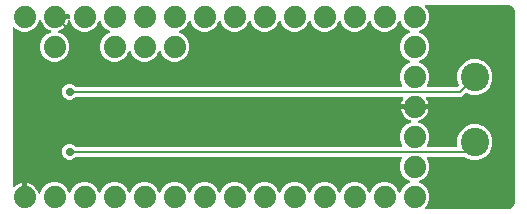
<source format=gbr>
G04 EAGLE Gerber RS-274X export*
G75*
%MOMM*%
%FSLAX34Y34*%
%LPD*%
%AMOC8*
5,1,8,0,0,1.08239X$1,22.5*%
G01*
%ADD10C,1.879600*%
%ADD11C,2.400000*%
%ADD12C,0.705600*%
%ADD13C,0.203200*%

G36*
X13774Y12709D02*
X13774Y12709D01*
X13832Y12708D01*
X13914Y12729D01*
X13997Y12741D01*
X14051Y12765D01*
X14107Y12779D01*
X14180Y12822D01*
X14257Y12857D01*
X14302Y12895D01*
X14352Y12925D01*
X14410Y12986D01*
X14474Y13041D01*
X14506Y13089D01*
X14546Y13132D01*
X14585Y13207D01*
X14631Y13277D01*
X14649Y13333D01*
X14676Y13385D01*
X14687Y13453D01*
X14717Y13548D01*
X14720Y13648D01*
X14731Y13716D01*
X14731Y24466D01*
X15496Y24345D01*
X17283Y23764D01*
X18957Y22911D01*
X20478Y21806D01*
X21806Y20478D01*
X22911Y18957D01*
X23764Y17283D01*
X24128Y16163D01*
X24158Y16101D01*
X24179Y16035D01*
X24220Y15974D01*
X24253Y15908D01*
X24299Y15857D01*
X24338Y15799D01*
X24394Y15752D01*
X24443Y15697D01*
X24502Y15661D01*
X24555Y15616D01*
X24622Y15586D01*
X24685Y15548D01*
X24752Y15529D01*
X24815Y15501D01*
X24888Y15491D01*
X24959Y15471D01*
X25028Y15471D01*
X25096Y15462D01*
X25169Y15472D01*
X25243Y15473D01*
X25310Y15493D01*
X25378Y15503D01*
X25445Y15533D01*
X25516Y15554D01*
X25574Y15591D01*
X25637Y15620D01*
X25693Y15667D01*
X25755Y15707D01*
X25801Y15759D01*
X25853Y15804D01*
X25886Y15857D01*
X25943Y15921D01*
X25992Y16025D01*
X26031Y16089D01*
X27548Y19751D01*
X31049Y23252D01*
X35624Y25147D01*
X40576Y25147D01*
X45151Y23252D01*
X48652Y19751D01*
X49862Y16829D01*
X49877Y16804D01*
X49886Y16776D01*
X49949Y16681D01*
X50007Y16584D01*
X50028Y16564D01*
X50044Y16539D01*
X50131Y16466D01*
X50213Y16389D01*
X50239Y16375D01*
X50262Y16356D01*
X50365Y16310D01*
X50466Y16259D01*
X50495Y16253D01*
X50522Y16241D01*
X50634Y16225D01*
X50745Y16204D01*
X50774Y16206D01*
X50803Y16202D01*
X50915Y16218D01*
X51028Y16228D01*
X51055Y16239D01*
X51085Y16243D01*
X51188Y16289D01*
X51293Y16330D01*
X51317Y16348D01*
X51344Y16360D01*
X51430Y16433D01*
X51520Y16502D01*
X51538Y16525D01*
X51560Y16544D01*
X51602Y16611D01*
X51690Y16729D01*
X51712Y16788D01*
X51738Y16829D01*
X52948Y19751D01*
X56449Y23252D01*
X61024Y25147D01*
X65976Y25147D01*
X70551Y23252D01*
X74052Y19751D01*
X75262Y16829D01*
X75277Y16804D01*
X75286Y16776D01*
X75349Y16681D01*
X75407Y16584D01*
X75428Y16564D01*
X75444Y16539D01*
X75531Y16466D01*
X75613Y16389D01*
X75639Y16375D01*
X75662Y16356D01*
X75765Y16310D01*
X75866Y16259D01*
X75895Y16253D01*
X75922Y16241D01*
X76034Y16225D01*
X76145Y16204D01*
X76174Y16206D01*
X76203Y16202D01*
X76315Y16218D01*
X76428Y16228D01*
X76455Y16239D01*
X76485Y16243D01*
X76588Y16289D01*
X76693Y16330D01*
X76717Y16348D01*
X76744Y16360D01*
X76830Y16433D01*
X76920Y16502D01*
X76938Y16525D01*
X76960Y16544D01*
X77002Y16611D01*
X77090Y16729D01*
X77112Y16788D01*
X77138Y16829D01*
X78348Y19751D01*
X81849Y23252D01*
X86424Y25147D01*
X91376Y25147D01*
X95951Y23252D01*
X99452Y19751D01*
X100662Y16829D01*
X100677Y16804D01*
X100686Y16776D01*
X100749Y16681D01*
X100807Y16584D01*
X100828Y16564D01*
X100844Y16539D01*
X100931Y16466D01*
X101013Y16389D01*
X101039Y16375D01*
X101062Y16356D01*
X101165Y16310D01*
X101266Y16259D01*
X101295Y16253D01*
X101322Y16241D01*
X101434Y16225D01*
X101545Y16204D01*
X101574Y16206D01*
X101603Y16202D01*
X101715Y16218D01*
X101828Y16228D01*
X101855Y16239D01*
X101885Y16243D01*
X101988Y16289D01*
X102093Y16330D01*
X102117Y16348D01*
X102144Y16360D01*
X102230Y16433D01*
X102320Y16502D01*
X102338Y16525D01*
X102360Y16544D01*
X102402Y16611D01*
X102490Y16729D01*
X102512Y16788D01*
X102538Y16829D01*
X103748Y19751D01*
X107249Y23252D01*
X111824Y25147D01*
X116776Y25147D01*
X121351Y23252D01*
X124852Y19751D01*
X126062Y16829D01*
X126077Y16804D01*
X126086Y16776D01*
X126149Y16681D01*
X126207Y16584D01*
X126228Y16564D01*
X126244Y16539D01*
X126331Y16466D01*
X126413Y16389D01*
X126439Y16375D01*
X126462Y16356D01*
X126565Y16310D01*
X126666Y16259D01*
X126695Y16253D01*
X126722Y16241D01*
X126834Y16225D01*
X126945Y16204D01*
X126974Y16206D01*
X127003Y16202D01*
X127115Y16218D01*
X127228Y16228D01*
X127255Y16239D01*
X127285Y16243D01*
X127388Y16289D01*
X127493Y16330D01*
X127517Y16348D01*
X127544Y16360D01*
X127630Y16433D01*
X127720Y16502D01*
X127738Y16525D01*
X127760Y16544D01*
X127802Y16611D01*
X127890Y16729D01*
X127912Y16788D01*
X127938Y16829D01*
X129148Y19751D01*
X132649Y23252D01*
X137224Y25147D01*
X142176Y25147D01*
X146751Y23252D01*
X150252Y19751D01*
X151462Y16829D01*
X151477Y16804D01*
X151486Y16776D01*
X151549Y16681D01*
X151607Y16584D01*
X151628Y16564D01*
X151644Y16539D01*
X151731Y16466D01*
X151813Y16389D01*
X151839Y16375D01*
X151862Y16356D01*
X151965Y16310D01*
X152066Y16259D01*
X152095Y16253D01*
X152122Y16241D01*
X152234Y16225D01*
X152345Y16204D01*
X152374Y16206D01*
X152403Y16202D01*
X152515Y16218D01*
X152628Y16228D01*
X152655Y16239D01*
X152685Y16243D01*
X152788Y16289D01*
X152893Y16330D01*
X152917Y16348D01*
X152944Y16360D01*
X153030Y16433D01*
X153120Y16502D01*
X153138Y16525D01*
X153160Y16544D01*
X153202Y16611D01*
X153290Y16729D01*
X153312Y16788D01*
X153338Y16829D01*
X154548Y19751D01*
X158049Y23252D01*
X162624Y25147D01*
X167576Y25147D01*
X172151Y23252D01*
X175652Y19751D01*
X176862Y16829D01*
X176877Y16804D01*
X176886Y16776D01*
X176949Y16681D01*
X177007Y16584D01*
X177028Y16564D01*
X177044Y16539D01*
X177131Y16466D01*
X177213Y16389D01*
X177239Y16375D01*
X177262Y16356D01*
X177365Y16310D01*
X177466Y16259D01*
X177495Y16253D01*
X177522Y16241D01*
X177634Y16225D01*
X177745Y16204D01*
X177774Y16206D01*
X177803Y16202D01*
X177915Y16218D01*
X178028Y16228D01*
X178055Y16239D01*
X178085Y16243D01*
X178188Y16289D01*
X178293Y16330D01*
X178317Y16348D01*
X178344Y16360D01*
X178430Y16433D01*
X178520Y16502D01*
X178538Y16525D01*
X178560Y16544D01*
X178602Y16611D01*
X178690Y16729D01*
X178712Y16788D01*
X178738Y16829D01*
X179948Y19751D01*
X183449Y23252D01*
X188024Y25147D01*
X192976Y25147D01*
X197551Y23252D01*
X201052Y19751D01*
X202262Y16829D01*
X202277Y16804D01*
X202286Y16776D01*
X202349Y16681D01*
X202407Y16584D01*
X202428Y16564D01*
X202444Y16539D01*
X202531Y16466D01*
X202613Y16389D01*
X202639Y16375D01*
X202662Y16356D01*
X202765Y16310D01*
X202866Y16259D01*
X202895Y16253D01*
X202922Y16241D01*
X203034Y16225D01*
X203145Y16204D01*
X203174Y16206D01*
X203203Y16202D01*
X203315Y16218D01*
X203428Y16228D01*
X203455Y16239D01*
X203485Y16243D01*
X203588Y16289D01*
X203693Y16330D01*
X203717Y16348D01*
X203744Y16360D01*
X203830Y16433D01*
X203920Y16502D01*
X203938Y16525D01*
X203960Y16544D01*
X204002Y16611D01*
X204090Y16729D01*
X204112Y16788D01*
X204138Y16829D01*
X205348Y19751D01*
X208849Y23252D01*
X213424Y25147D01*
X218376Y25147D01*
X222951Y23252D01*
X226452Y19751D01*
X227662Y16829D01*
X227677Y16804D01*
X227686Y16776D01*
X227749Y16681D01*
X227807Y16584D01*
X227828Y16564D01*
X227844Y16539D01*
X227931Y16466D01*
X228013Y16389D01*
X228039Y16375D01*
X228062Y16356D01*
X228165Y16310D01*
X228266Y16259D01*
X228295Y16253D01*
X228322Y16241D01*
X228434Y16225D01*
X228545Y16204D01*
X228574Y16206D01*
X228603Y16202D01*
X228715Y16218D01*
X228828Y16228D01*
X228855Y16239D01*
X228885Y16243D01*
X228988Y16289D01*
X229093Y16330D01*
X229117Y16348D01*
X229144Y16360D01*
X229230Y16433D01*
X229320Y16502D01*
X229338Y16525D01*
X229360Y16544D01*
X229402Y16611D01*
X229490Y16729D01*
X229512Y16788D01*
X229538Y16829D01*
X230748Y19751D01*
X234249Y23252D01*
X238824Y25147D01*
X243776Y25147D01*
X248351Y23252D01*
X251852Y19751D01*
X253062Y16829D01*
X253077Y16804D01*
X253086Y16776D01*
X253149Y16681D01*
X253207Y16584D01*
X253228Y16564D01*
X253244Y16539D01*
X253331Y16466D01*
X253413Y16389D01*
X253439Y16375D01*
X253462Y16356D01*
X253565Y16310D01*
X253666Y16259D01*
X253695Y16253D01*
X253722Y16241D01*
X253834Y16225D01*
X253945Y16204D01*
X253974Y16206D01*
X254003Y16202D01*
X254115Y16218D01*
X254228Y16228D01*
X254255Y16239D01*
X254285Y16243D01*
X254388Y16289D01*
X254493Y16330D01*
X254517Y16348D01*
X254544Y16360D01*
X254630Y16433D01*
X254720Y16502D01*
X254738Y16525D01*
X254760Y16544D01*
X254802Y16611D01*
X254890Y16729D01*
X254912Y16788D01*
X254938Y16829D01*
X256148Y19751D01*
X259649Y23252D01*
X264224Y25147D01*
X269176Y25147D01*
X273751Y23252D01*
X277252Y19751D01*
X278462Y16829D01*
X278477Y16804D01*
X278486Y16776D01*
X278549Y16681D01*
X278607Y16584D01*
X278628Y16564D01*
X278644Y16539D01*
X278731Y16466D01*
X278813Y16389D01*
X278839Y16375D01*
X278862Y16356D01*
X278965Y16310D01*
X279066Y16259D01*
X279095Y16253D01*
X279122Y16241D01*
X279234Y16225D01*
X279345Y16204D01*
X279374Y16206D01*
X279403Y16202D01*
X279515Y16218D01*
X279628Y16228D01*
X279655Y16239D01*
X279685Y16243D01*
X279788Y16289D01*
X279893Y16330D01*
X279917Y16348D01*
X279944Y16360D01*
X280030Y16433D01*
X280120Y16502D01*
X280138Y16525D01*
X280160Y16544D01*
X280202Y16611D01*
X280290Y16729D01*
X280312Y16788D01*
X280338Y16829D01*
X281548Y19751D01*
X285049Y23252D01*
X289624Y25147D01*
X294576Y25147D01*
X299151Y23252D01*
X302652Y19751D01*
X303862Y16829D01*
X303877Y16804D01*
X303886Y16776D01*
X303949Y16681D01*
X304007Y16584D01*
X304028Y16564D01*
X304044Y16539D01*
X304131Y16466D01*
X304213Y16389D01*
X304239Y16375D01*
X304262Y16356D01*
X304365Y16310D01*
X304466Y16259D01*
X304495Y16253D01*
X304522Y16241D01*
X304634Y16225D01*
X304745Y16204D01*
X304774Y16206D01*
X304803Y16202D01*
X304915Y16218D01*
X305028Y16228D01*
X305055Y16239D01*
X305085Y16243D01*
X305188Y16289D01*
X305293Y16330D01*
X305317Y16348D01*
X305344Y16360D01*
X305430Y16433D01*
X305520Y16502D01*
X305538Y16525D01*
X305560Y16544D01*
X305602Y16611D01*
X305690Y16729D01*
X305712Y16788D01*
X305738Y16829D01*
X306948Y19751D01*
X310449Y23252D01*
X315024Y25147D01*
X319976Y25147D01*
X324551Y23252D01*
X328052Y19751D01*
X329262Y16829D01*
X329277Y16804D01*
X329286Y16776D01*
X329349Y16681D01*
X329407Y16584D01*
X329428Y16564D01*
X329444Y16539D01*
X329531Y16466D01*
X329613Y16389D01*
X329639Y16375D01*
X329662Y16356D01*
X329765Y16310D01*
X329866Y16259D01*
X329895Y16253D01*
X329922Y16241D01*
X330034Y16225D01*
X330145Y16204D01*
X330174Y16206D01*
X330203Y16202D01*
X330315Y16218D01*
X330428Y16228D01*
X330455Y16239D01*
X330485Y16243D01*
X330588Y16289D01*
X330693Y16330D01*
X330717Y16348D01*
X330744Y16360D01*
X330830Y16433D01*
X330920Y16502D01*
X330938Y16525D01*
X330960Y16544D01*
X331002Y16611D01*
X331090Y16729D01*
X331112Y16788D01*
X331138Y16829D01*
X332348Y19751D01*
X335849Y23252D01*
X338771Y24462D01*
X338796Y24477D01*
X338824Y24486D01*
X338919Y24549D01*
X339016Y24607D01*
X339036Y24628D01*
X339061Y24644D01*
X339134Y24731D01*
X339211Y24813D01*
X339225Y24839D01*
X339244Y24862D01*
X339290Y24965D01*
X339341Y25066D01*
X339347Y25095D01*
X339359Y25122D01*
X339375Y25234D01*
X339396Y25345D01*
X339394Y25374D01*
X339398Y25403D01*
X339382Y25515D01*
X339372Y25628D01*
X339361Y25655D01*
X339357Y25685D01*
X339311Y25788D01*
X339270Y25893D01*
X339252Y25917D01*
X339240Y25944D01*
X339167Y26030D01*
X339098Y26120D01*
X339075Y26138D01*
X339056Y26160D01*
X338989Y26202D01*
X338871Y26290D01*
X338812Y26312D01*
X338771Y26338D01*
X335849Y27548D01*
X332348Y31049D01*
X330453Y35624D01*
X330453Y40576D01*
X332423Y45331D01*
X332452Y45443D01*
X332486Y45552D01*
X332487Y45580D01*
X332494Y45607D01*
X332491Y45721D01*
X332494Y45836D01*
X332487Y45863D01*
X332486Y45891D01*
X332451Y46000D01*
X332422Y46111D01*
X332408Y46135D01*
X332399Y46162D01*
X332335Y46257D01*
X332277Y46356D01*
X332256Y46375D01*
X332241Y46398D01*
X332153Y46472D01*
X332069Y46550D01*
X332045Y46563D01*
X332023Y46581D01*
X331919Y46627D01*
X331816Y46680D01*
X331792Y46684D01*
X331764Y46696D01*
X331500Y46733D01*
X331485Y46735D01*
X56457Y46735D01*
X56370Y46723D01*
X56283Y46720D01*
X56230Y46703D01*
X56175Y46695D01*
X56095Y46660D01*
X56012Y46633D01*
X55973Y46605D01*
X55916Y46579D01*
X55803Y46483D01*
X55739Y46438D01*
X54525Y45225D01*
X52108Y44223D01*
X49492Y44223D01*
X47075Y45225D01*
X45225Y47075D01*
X44223Y49492D01*
X44223Y52108D01*
X45225Y54525D01*
X47075Y56375D01*
X49492Y57377D01*
X52108Y57377D01*
X54525Y56375D01*
X55739Y55162D01*
X55809Y55110D01*
X55873Y55050D01*
X55922Y55024D01*
X55966Y54991D01*
X56048Y54960D01*
X56126Y54920D01*
X56173Y54912D01*
X56232Y54890D01*
X56379Y54878D01*
X56457Y54865D01*
X331485Y54865D01*
X331599Y54881D01*
X331713Y54891D01*
X331739Y54901D01*
X331767Y54905D01*
X331872Y54952D01*
X331979Y54993D01*
X332001Y55009D01*
X332026Y55021D01*
X332114Y55095D01*
X332205Y55164D01*
X332222Y55187D01*
X332243Y55204D01*
X332307Y55300D01*
X332376Y55392D01*
X332385Y55418D01*
X332401Y55441D01*
X332435Y55551D01*
X332476Y55658D01*
X332478Y55686D01*
X332486Y55712D01*
X332489Y55827D01*
X332499Y55941D01*
X332493Y55966D01*
X332494Y55996D01*
X332427Y56253D01*
X332423Y56269D01*
X330453Y61024D01*
X330453Y65976D01*
X332348Y70551D01*
X335849Y74052D01*
X339511Y75569D01*
X339571Y75604D01*
X339635Y75630D01*
X339693Y75676D01*
X339756Y75713D01*
X339804Y75763D01*
X339858Y75806D01*
X339901Y75866D01*
X339951Y75920D01*
X339983Y75981D01*
X340023Y76038D01*
X340048Y76107D01*
X340082Y76173D01*
X340095Y76240D01*
X340118Y76306D01*
X340122Y76379D01*
X340137Y76452D01*
X340131Y76520D01*
X340135Y76589D01*
X340119Y76661D01*
X340112Y76735D01*
X340087Y76799D01*
X340072Y76867D01*
X340037Y76931D01*
X340010Y77000D01*
X339969Y77055D01*
X339935Y77116D01*
X339883Y77168D01*
X339839Y77227D01*
X339783Y77268D01*
X339734Y77317D01*
X339679Y77346D01*
X339611Y77397D01*
X339503Y77438D01*
X339437Y77472D01*
X338317Y77836D01*
X336643Y78689D01*
X335122Y79794D01*
X333794Y81122D01*
X332689Y82643D01*
X331836Y84317D01*
X331255Y86104D01*
X331134Y86869D01*
X341884Y86869D01*
X341942Y86877D01*
X342000Y86875D01*
X342082Y86897D01*
X342165Y86909D01*
X342219Y86933D01*
X342275Y86947D01*
X342348Y86990D01*
X342425Y87025D01*
X342469Y87063D01*
X342520Y87093D01*
X342577Y87154D01*
X342642Y87209D01*
X342674Y87257D01*
X342714Y87300D01*
X342753Y87375D01*
X342799Y87445D01*
X342817Y87501D01*
X342844Y87553D01*
X342855Y87621D01*
X342885Y87716D01*
X342888Y87816D01*
X342899Y87884D01*
X342899Y89916D01*
X342892Y89964D01*
X342892Y89969D01*
X342891Y89974D01*
X342892Y90032D01*
X342871Y90114D01*
X342859Y90197D01*
X342835Y90251D01*
X342821Y90307D01*
X342778Y90380D01*
X342743Y90457D01*
X342705Y90502D01*
X342675Y90552D01*
X342614Y90610D01*
X342559Y90674D01*
X342511Y90706D01*
X342468Y90746D01*
X342393Y90785D01*
X342323Y90831D01*
X342267Y90849D01*
X342215Y90876D01*
X342147Y90887D01*
X342052Y90917D01*
X341952Y90920D01*
X341884Y90931D01*
X331134Y90931D01*
X331255Y91696D01*
X331836Y93483D01*
X332689Y95157D01*
X333246Y95923D01*
X333289Y96005D01*
X333340Y96081D01*
X333355Y96130D01*
X333379Y96174D01*
X333398Y96264D01*
X333426Y96352D01*
X333427Y96403D01*
X333437Y96453D01*
X333431Y96544D01*
X333433Y96636D01*
X333420Y96685D01*
X333416Y96736D01*
X333384Y96823D01*
X333361Y96911D01*
X333335Y96955D01*
X333317Y97003D01*
X333263Y97077D01*
X333216Y97156D01*
X333179Y97191D01*
X333149Y97231D01*
X333076Y97287D01*
X333008Y97350D01*
X332963Y97373D01*
X332923Y97404D01*
X332837Y97438D01*
X332755Y97480D01*
X332711Y97487D01*
X332658Y97508D01*
X332500Y97523D01*
X332424Y97535D01*
X56457Y97535D01*
X56370Y97523D01*
X56283Y97520D01*
X56230Y97503D01*
X56175Y97495D01*
X56095Y97460D01*
X56012Y97433D01*
X55973Y97405D01*
X55916Y97379D01*
X55803Y97283D01*
X55739Y97238D01*
X54525Y96025D01*
X52108Y95023D01*
X49492Y95023D01*
X47075Y96025D01*
X45225Y97875D01*
X44223Y100292D01*
X44223Y102908D01*
X45225Y105325D01*
X47075Y107175D01*
X49492Y108177D01*
X52108Y108177D01*
X54525Y107175D01*
X55739Y105962D01*
X55809Y105910D01*
X55873Y105850D01*
X55922Y105824D01*
X55966Y105791D01*
X56048Y105760D01*
X56126Y105720D01*
X56173Y105712D01*
X56232Y105690D01*
X56379Y105678D01*
X56457Y105665D01*
X331485Y105665D01*
X331599Y105681D01*
X331713Y105691D01*
X331739Y105701D01*
X331767Y105705D01*
X331872Y105752D01*
X331979Y105793D01*
X332001Y105809D01*
X332026Y105821D01*
X332114Y105895D01*
X332205Y105964D01*
X332222Y105987D01*
X332243Y106004D01*
X332307Y106100D01*
X332375Y106192D01*
X332385Y106218D01*
X332401Y106241D01*
X332435Y106351D01*
X332476Y106458D01*
X332478Y106486D01*
X332486Y106512D01*
X332489Y106627D01*
X332499Y106741D01*
X332493Y106766D01*
X332494Y106796D01*
X332427Y107053D01*
X332423Y107069D01*
X330453Y111824D01*
X330453Y116776D01*
X332348Y121351D01*
X335849Y124852D01*
X338771Y126062D01*
X338796Y126077D01*
X338824Y126086D01*
X338919Y126149D01*
X339016Y126207D01*
X339036Y126228D01*
X339061Y126244D01*
X339134Y126331D01*
X339211Y126413D01*
X339225Y126439D01*
X339244Y126462D01*
X339290Y126565D01*
X339341Y126666D01*
X339347Y126695D01*
X339359Y126722D01*
X339375Y126834D01*
X339396Y126945D01*
X339394Y126974D01*
X339398Y127003D01*
X339382Y127115D01*
X339372Y127228D01*
X339361Y127255D01*
X339357Y127285D01*
X339311Y127388D01*
X339270Y127493D01*
X339252Y127517D01*
X339240Y127544D01*
X339167Y127630D01*
X339098Y127720D01*
X339075Y127738D01*
X339056Y127760D01*
X338989Y127802D01*
X338871Y127890D01*
X338812Y127912D01*
X338771Y127938D01*
X335849Y129148D01*
X332348Y132649D01*
X330453Y137224D01*
X330453Y142176D01*
X332348Y146751D01*
X335849Y150252D01*
X338771Y151462D01*
X338796Y151477D01*
X338824Y151486D01*
X338919Y151549D01*
X339016Y151607D01*
X339036Y151628D01*
X339061Y151644D01*
X339133Y151731D01*
X339211Y151813D01*
X339225Y151839D01*
X339243Y151862D01*
X339289Y151965D01*
X339341Y152066D01*
X339347Y152095D01*
X339359Y152122D01*
X339375Y152234D01*
X339396Y152345D01*
X339394Y152374D01*
X339398Y152403D01*
X339382Y152515D01*
X339372Y152628D01*
X339361Y152655D01*
X339357Y152684D01*
X339311Y152788D01*
X339270Y152893D01*
X339252Y152917D01*
X339240Y152944D01*
X339167Y153030D01*
X339098Y153120D01*
X339075Y153138D01*
X339056Y153160D01*
X338989Y153202D01*
X338871Y153290D01*
X338812Y153312D01*
X338771Y153338D01*
X335849Y154548D01*
X332348Y158049D01*
X331138Y160971D01*
X331123Y160996D01*
X331114Y161024D01*
X331051Y161119D01*
X330993Y161216D01*
X330972Y161236D01*
X330956Y161261D01*
X330869Y161333D01*
X330787Y161411D01*
X330761Y161425D01*
X330738Y161443D01*
X330635Y161489D01*
X330534Y161541D01*
X330505Y161547D01*
X330478Y161559D01*
X330366Y161575D01*
X330255Y161596D01*
X330226Y161594D01*
X330197Y161598D01*
X330085Y161582D01*
X329972Y161572D01*
X329945Y161561D01*
X329916Y161557D01*
X329812Y161511D01*
X329707Y161470D01*
X329683Y161452D01*
X329656Y161440D01*
X329570Y161367D01*
X329480Y161298D01*
X329462Y161275D01*
X329440Y161256D01*
X329398Y161189D01*
X329310Y161071D01*
X329288Y161012D01*
X329262Y160971D01*
X328052Y158049D01*
X324551Y154548D01*
X319976Y152653D01*
X315024Y152653D01*
X310449Y154548D01*
X306948Y158049D01*
X305738Y160971D01*
X305723Y160996D01*
X305714Y161024D01*
X305651Y161119D01*
X305593Y161216D01*
X305572Y161236D01*
X305556Y161261D01*
X305469Y161333D01*
X305387Y161411D01*
X305361Y161425D01*
X305338Y161443D01*
X305235Y161489D01*
X305134Y161541D01*
X305105Y161547D01*
X305078Y161559D01*
X304966Y161575D01*
X304855Y161596D01*
X304826Y161594D01*
X304797Y161598D01*
X304685Y161582D01*
X304572Y161572D01*
X304545Y161561D01*
X304516Y161557D01*
X304412Y161511D01*
X304307Y161470D01*
X304283Y161452D01*
X304256Y161440D01*
X304170Y161367D01*
X304080Y161298D01*
X304062Y161275D01*
X304040Y161256D01*
X303998Y161189D01*
X303910Y161071D01*
X303888Y161012D01*
X303862Y160971D01*
X302652Y158049D01*
X299151Y154548D01*
X294576Y152653D01*
X289624Y152653D01*
X285049Y154548D01*
X281548Y158049D01*
X280338Y160971D01*
X280323Y160996D01*
X280314Y161024D01*
X280251Y161119D01*
X280193Y161216D01*
X280172Y161236D01*
X280156Y161261D01*
X280069Y161333D01*
X279987Y161411D01*
X279961Y161425D01*
X279938Y161443D01*
X279835Y161489D01*
X279734Y161541D01*
X279705Y161547D01*
X279678Y161559D01*
X279566Y161575D01*
X279455Y161596D01*
X279426Y161594D01*
X279397Y161598D01*
X279285Y161582D01*
X279172Y161572D01*
X279145Y161561D01*
X279116Y161557D01*
X279012Y161511D01*
X278907Y161470D01*
X278883Y161452D01*
X278856Y161440D01*
X278770Y161367D01*
X278680Y161298D01*
X278662Y161275D01*
X278640Y161256D01*
X278598Y161189D01*
X278510Y161071D01*
X278488Y161012D01*
X278462Y160971D01*
X277252Y158049D01*
X273751Y154548D01*
X269176Y152653D01*
X264224Y152653D01*
X259649Y154548D01*
X256148Y158049D01*
X254938Y160971D01*
X254923Y160996D01*
X254914Y161024D01*
X254851Y161119D01*
X254793Y161216D01*
X254772Y161236D01*
X254756Y161261D01*
X254669Y161333D01*
X254587Y161411D01*
X254561Y161425D01*
X254538Y161443D01*
X254435Y161489D01*
X254334Y161541D01*
X254305Y161547D01*
X254278Y161559D01*
X254166Y161575D01*
X254055Y161596D01*
X254026Y161594D01*
X253997Y161598D01*
X253885Y161582D01*
X253772Y161572D01*
X253745Y161561D01*
X253716Y161557D01*
X253612Y161511D01*
X253507Y161470D01*
X253483Y161452D01*
X253456Y161440D01*
X253370Y161367D01*
X253280Y161298D01*
X253262Y161275D01*
X253240Y161256D01*
X253198Y161189D01*
X253110Y161071D01*
X253088Y161012D01*
X253062Y160971D01*
X251852Y158049D01*
X248351Y154548D01*
X243776Y152653D01*
X238824Y152653D01*
X234249Y154548D01*
X230748Y158049D01*
X229538Y160971D01*
X229523Y160996D01*
X229514Y161024D01*
X229451Y161119D01*
X229393Y161216D01*
X229372Y161236D01*
X229356Y161261D01*
X229269Y161334D01*
X229187Y161411D01*
X229161Y161425D01*
X229138Y161444D01*
X229035Y161490D01*
X228934Y161541D01*
X228905Y161547D01*
X228878Y161559D01*
X228766Y161575D01*
X228655Y161596D01*
X228626Y161594D01*
X228597Y161598D01*
X228485Y161582D01*
X228372Y161572D01*
X228345Y161561D01*
X228315Y161557D01*
X228212Y161511D01*
X228107Y161470D01*
X228083Y161452D01*
X228056Y161440D01*
X227970Y161367D01*
X227880Y161298D01*
X227862Y161275D01*
X227840Y161256D01*
X227798Y161189D01*
X227710Y161071D01*
X227688Y161012D01*
X227662Y160971D01*
X226452Y158049D01*
X222951Y154548D01*
X218376Y152653D01*
X213424Y152653D01*
X208849Y154548D01*
X205348Y158049D01*
X204138Y160971D01*
X204123Y160996D01*
X204114Y161024D01*
X204051Y161119D01*
X203993Y161216D01*
X203972Y161236D01*
X203956Y161261D01*
X203869Y161334D01*
X203787Y161411D01*
X203761Y161425D01*
X203738Y161444D01*
X203635Y161490D01*
X203534Y161541D01*
X203505Y161547D01*
X203478Y161559D01*
X203366Y161575D01*
X203255Y161596D01*
X203226Y161594D01*
X203197Y161598D01*
X203085Y161582D01*
X202972Y161572D01*
X202945Y161561D01*
X202916Y161557D01*
X202812Y161511D01*
X202707Y161470D01*
X202683Y161452D01*
X202656Y161440D01*
X202570Y161367D01*
X202480Y161298D01*
X202462Y161275D01*
X202440Y161256D01*
X202398Y161189D01*
X202310Y161071D01*
X202288Y161012D01*
X202262Y160971D01*
X201052Y158049D01*
X197551Y154548D01*
X192976Y152653D01*
X188024Y152653D01*
X183449Y154548D01*
X179948Y158049D01*
X178738Y160971D01*
X178723Y160996D01*
X178714Y161024D01*
X178651Y161119D01*
X178593Y161216D01*
X178572Y161236D01*
X178556Y161261D01*
X178469Y161334D01*
X178387Y161411D01*
X178361Y161425D01*
X178338Y161444D01*
X178235Y161490D01*
X178134Y161541D01*
X178105Y161547D01*
X178078Y161559D01*
X177966Y161575D01*
X177855Y161596D01*
X177826Y161594D01*
X177797Y161598D01*
X177685Y161582D01*
X177572Y161572D01*
X177545Y161561D01*
X177516Y161557D01*
X177412Y161511D01*
X177307Y161470D01*
X177283Y161452D01*
X177256Y161440D01*
X177170Y161367D01*
X177080Y161298D01*
X177062Y161275D01*
X177040Y161256D01*
X176998Y161189D01*
X176910Y161071D01*
X176888Y161012D01*
X176862Y160971D01*
X175652Y158049D01*
X172151Y154548D01*
X167576Y152653D01*
X162624Y152653D01*
X158049Y154548D01*
X154548Y158049D01*
X153338Y160971D01*
X153323Y160996D01*
X153314Y161024D01*
X153251Y161119D01*
X153193Y161216D01*
X153172Y161236D01*
X153156Y161261D01*
X153069Y161334D01*
X152987Y161411D01*
X152961Y161425D01*
X152938Y161444D01*
X152835Y161490D01*
X152734Y161541D01*
X152705Y161547D01*
X152678Y161559D01*
X152566Y161575D01*
X152455Y161596D01*
X152426Y161594D01*
X152397Y161598D01*
X152285Y161582D01*
X152172Y161572D01*
X152145Y161561D01*
X152116Y161557D01*
X152012Y161511D01*
X151907Y161470D01*
X151883Y161452D01*
X151856Y161440D01*
X151770Y161367D01*
X151680Y161298D01*
X151662Y161275D01*
X151640Y161256D01*
X151598Y161189D01*
X151510Y161071D01*
X151488Y161012D01*
X151462Y160971D01*
X150252Y158049D01*
X146751Y154548D01*
X143829Y153338D01*
X143804Y153323D01*
X143776Y153314D01*
X143681Y153251D01*
X143584Y153193D01*
X143564Y153172D01*
X143539Y153156D01*
X143466Y153069D01*
X143389Y152987D01*
X143375Y152961D01*
X143356Y152938D01*
X143310Y152835D01*
X143259Y152734D01*
X143253Y152705D01*
X143241Y152678D01*
X143225Y152566D01*
X143204Y152455D01*
X143206Y152426D01*
X143202Y152397D01*
X143218Y152285D01*
X143228Y152172D01*
X143239Y152145D01*
X143243Y152116D01*
X143289Y152012D01*
X143330Y151907D01*
X143348Y151883D01*
X143360Y151856D01*
X143433Y151770D01*
X143502Y151680D01*
X143525Y151662D01*
X143544Y151640D01*
X143611Y151598D01*
X143729Y151510D01*
X143788Y151488D01*
X143829Y151462D01*
X146751Y150252D01*
X150252Y146751D01*
X152147Y142176D01*
X152147Y137224D01*
X150252Y132649D01*
X146751Y129148D01*
X142176Y127253D01*
X137224Y127253D01*
X132649Y129148D01*
X129148Y132649D01*
X127938Y135571D01*
X127923Y135596D01*
X127914Y135624D01*
X127851Y135719D01*
X127793Y135816D01*
X127772Y135836D01*
X127756Y135861D01*
X127669Y135934D01*
X127587Y136011D01*
X127561Y136025D01*
X127538Y136044D01*
X127435Y136090D01*
X127334Y136141D01*
X127305Y136147D01*
X127278Y136159D01*
X127166Y136175D01*
X127055Y136196D01*
X127026Y136194D01*
X126997Y136198D01*
X126885Y136182D01*
X126772Y136172D01*
X126745Y136161D01*
X126716Y136157D01*
X126612Y136111D01*
X126507Y136070D01*
X126483Y136052D01*
X126456Y136040D01*
X126370Y135967D01*
X126280Y135898D01*
X126262Y135875D01*
X126240Y135856D01*
X126198Y135789D01*
X126110Y135671D01*
X126088Y135612D01*
X126062Y135571D01*
X124852Y132649D01*
X121351Y129148D01*
X116776Y127253D01*
X111824Y127253D01*
X107249Y129148D01*
X103748Y132649D01*
X102538Y135571D01*
X102523Y135596D01*
X102514Y135624D01*
X102451Y135719D01*
X102393Y135816D01*
X102372Y135836D01*
X102356Y135861D01*
X102269Y135934D01*
X102187Y136011D01*
X102161Y136025D01*
X102138Y136044D01*
X102035Y136090D01*
X101934Y136141D01*
X101905Y136147D01*
X101878Y136159D01*
X101766Y136175D01*
X101655Y136196D01*
X101626Y136194D01*
X101597Y136198D01*
X101485Y136182D01*
X101372Y136172D01*
X101345Y136161D01*
X101316Y136157D01*
X101212Y136111D01*
X101107Y136070D01*
X101083Y136052D01*
X101056Y136040D01*
X100970Y135967D01*
X100880Y135898D01*
X100862Y135875D01*
X100840Y135856D01*
X100798Y135789D01*
X100710Y135671D01*
X100688Y135612D01*
X100662Y135571D01*
X99452Y132649D01*
X95951Y129148D01*
X91376Y127253D01*
X86424Y127253D01*
X81849Y129148D01*
X78348Y132649D01*
X76453Y137224D01*
X76453Y142176D01*
X78348Y146751D01*
X81849Y150252D01*
X84771Y151462D01*
X84796Y151477D01*
X84824Y151486D01*
X84919Y151549D01*
X85016Y151607D01*
X85036Y151628D01*
X85061Y151644D01*
X85134Y151731D01*
X85211Y151813D01*
X85225Y151839D01*
X85244Y151862D01*
X85290Y151965D01*
X85341Y152066D01*
X85347Y152095D01*
X85359Y152122D01*
X85375Y152234D01*
X85396Y152345D01*
X85394Y152374D01*
X85398Y152403D01*
X85382Y152515D01*
X85372Y152628D01*
X85361Y152655D01*
X85357Y152685D01*
X85311Y152788D01*
X85270Y152893D01*
X85252Y152917D01*
X85240Y152944D01*
X85167Y153030D01*
X85098Y153120D01*
X85075Y153138D01*
X85056Y153160D01*
X84989Y153202D01*
X84871Y153290D01*
X84812Y153312D01*
X84771Y153338D01*
X81849Y154548D01*
X78348Y158049D01*
X77138Y160971D01*
X77123Y160996D01*
X77114Y161024D01*
X77051Y161119D01*
X76993Y161216D01*
X76972Y161236D01*
X76956Y161261D01*
X76869Y161334D01*
X76787Y161411D01*
X76761Y161425D01*
X76738Y161444D01*
X76635Y161490D01*
X76534Y161541D01*
X76505Y161547D01*
X76478Y161559D01*
X76366Y161575D01*
X76255Y161596D01*
X76226Y161594D01*
X76197Y161598D01*
X76085Y161582D01*
X75972Y161572D01*
X75945Y161561D01*
X75916Y161557D01*
X75812Y161511D01*
X75707Y161470D01*
X75683Y161452D01*
X75656Y161440D01*
X75570Y161367D01*
X75480Y161298D01*
X75462Y161275D01*
X75440Y161256D01*
X75398Y161189D01*
X75310Y161071D01*
X75288Y161012D01*
X75262Y160971D01*
X74052Y158049D01*
X70551Y154548D01*
X65976Y152653D01*
X61024Y152653D01*
X56449Y154548D01*
X52948Y158049D01*
X51431Y161711D01*
X51396Y161771D01*
X51370Y161835D01*
X51324Y161893D01*
X51287Y161956D01*
X51237Y162004D01*
X51194Y162058D01*
X51134Y162101D01*
X51080Y162151D01*
X51019Y162183D01*
X50962Y162223D01*
X50893Y162248D01*
X50827Y162282D01*
X50760Y162295D01*
X50694Y162318D01*
X50621Y162322D01*
X50548Y162337D01*
X50480Y162331D01*
X50411Y162335D01*
X50339Y162319D01*
X50265Y162312D01*
X50201Y162287D01*
X50133Y162272D01*
X50069Y162237D01*
X50000Y162210D01*
X49945Y162169D01*
X49884Y162135D01*
X49832Y162083D01*
X49773Y162039D01*
X49732Y161983D01*
X49683Y161934D01*
X49654Y161879D01*
X49603Y161811D01*
X49562Y161703D01*
X49528Y161637D01*
X49164Y160517D01*
X48311Y158843D01*
X47206Y157322D01*
X45878Y155994D01*
X44357Y154889D01*
X42683Y154036D01*
X41563Y153672D01*
X41501Y153642D01*
X41435Y153621D01*
X41374Y153580D01*
X41308Y153547D01*
X41257Y153501D01*
X41199Y153462D01*
X41152Y153406D01*
X41097Y153357D01*
X41061Y153298D01*
X41016Y153245D01*
X40986Y153178D01*
X40947Y153115D01*
X40929Y153048D01*
X40901Y152985D01*
X40891Y152912D01*
X40871Y152841D01*
X40871Y152772D01*
X40862Y152703D01*
X40872Y152631D01*
X40873Y152557D01*
X40893Y152490D01*
X40902Y152422D01*
X40933Y152355D01*
X40954Y152284D01*
X40991Y152226D01*
X41020Y152163D01*
X41067Y152107D01*
X41107Y152045D01*
X41159Y151999D01*
X41204Y151947D01*
X41257Y151914D01*
X41321Y151857D01*
X41425Y151808D01*
X41489Y151769D01*
X45151Y150252D01*
X48652Y146751D01*
X50547Y142176D01*
X50547Y137224D01*
X48652Y132649D01*
X45151Y129148D01*
X40576Y127253D01*
X35624Y127253D01*
X31049Y129148D01*
X27548Y132649D01*
X25653Y137224D01*
X25653Y142176D01*
X27548Y146751D01*
X31049Y150252D01*
X34711Y151769D01*
X34771Y151804D01*
X34835Y151830D01*
X34893Y151876D01*
X34956Y151913D01*
X35004Y151963D01*
X35058Y152006D01*
X35101Y152066D01*
X35151Y152120D01*
X35183Y152181D01*
X35223Y152238D01*
X35248Y152307D01*
X35282Y152373D01*
X35295Y152440D01*
X35318Y152506D01*
X35322Y152579D01*
X35337Y152652D01*
X35331Y152720D01*
X35335Y152789D01*
X35319Y152861D01*
X35312Y152935D01*
X35287Y152999D01*
X35272Y153067D01*
X35237Y153131D01*
X35210Y153200D01*
X35169Y153255D01*
X35135Y153316D01*
X35083Y153368D01*
X35039Y153427D01*
X34983Y153468D01*
X34934Y153517D01*
X34879Y153546D01*
X34811Y153597D01*
X34703Y153638D01*
X34637Y153672D01*
X33517Y154036D01*
X31843Y154889D01*
X30322Y155994D01*
X28994Y157322D01*
X27889Y158843D01*
X27036Y160517D01*
X26672Y161637D01*
X26642Y161699D01*
X26621Y161765D01*
X26580Y161826D01*
X26547Y161892D01*
X26501Y161943D01*
X26462Y162001D01*
X26406Y162048D01*
X26357Y162103D01*
X26298Y162139D01*
X26245Y162184D01*
X26178Y162214D01*
X26115Y162253D01*
X26048Y162271D01*
X25985Y162299D01*
X25912Y162309D01*
X25841Y162329D01*
X25772Y162329D01*
X25703Y162338D01*
X25631Y162328D01*
X25557Y162327D01*
X25490Y162307D01*
X25422Y162298D01*
X25355Y162267D01*
X25284Y162246D01*
X25226Y162209D01*
X25163Y162180D01*
X25107Y162133D01*
X25045Y162093D01*
X24999Y162041D01*
X24947Y161996D01*
X24914Y161943D01*
X24857Y161879D01*
X24808Y161775D01*
X24769Y161711D01*
X23252Y158049D01*
X19751Y154548D01*
X15176Y152653D01*
X10224Y152653D01*
X5649Y154548D01*
X4274Y155924D01*
X4250Y155941D01*
X4231Y155964D01*
X4137Y156027D01*
X4047Y156095D01*
X4019Y156105D01*
X3995Y156121D01*
X3887Y156156D01*
X3781Y156196D01*
X3752Y156198D01*
X3724Y156207D01*
X3610Y156210D01*
X3498Y156219D01*
X3469Y156214D01*
X3440Y156214D01*
X3330Y156186D01*
X3219Y156164D01*
X3193Y156150D01*
X3165Y156143D01*
X3067Y156085D01*
X2967Y156033D01*
X2945Y156012D01*
X2920Y155997D01*
X2843Y155915D01*
X2761Y155837D01*
X2746Y155811D01*
X2726Y155790D01*
X2674Y155689D01*
X2617Y155592D01*
X2610Y155563D01*
X2596Y155537D01*
X2583Y155460D01*
X2547Y155316D01*
X2549Y155254D01*
X2541Y155206D01*
X2541Y21876D01*
X2545Y21847D01*
X2542Y21817D01*
X2565Y21706D01*
X2581Y21594D01*
X2593Y21567D01*
X2598Y21539D01*
X2651Y21438D01*
X2697Y21335D01*
X2716Y21312D01*
X2729Y21286D01*
X2807Y21204D01*
X2880Y21118D01*
X2905Y21101D01*
X2925Y21080D01*
X3023Y21023D01*
X3117Y20960D01*
X3145Y20951D01*
X3170Y20936D01*
X3280Y20909D01*
X3388Y20874D01*
X3418Y20874D01*
X3446Y20866D01*
X3559Y20870D01*
X3672Y20867D01*
X3701Y20874D01*
X3730Y20875D01*
X3838Y20910D01*
X3947Y20939D01*
X3973Y20954D01*
X4001Y20963D01*
X4065Y21009D01*
X4192Y21084D01*
X4235Y21130D01*
X4274Y21158D01*
X4922Y21806D01*
X6443Y22911D01*
X8117Y23764D01*
X9904Y24345D01*
X10669Y24466D01*
X10669Y13716D01*
X10677Y13658D01*
X10675Y13600D01*
X10697Y13518D01*
X10709Y13435D01*
X10733Y13381D01*
X10747Y13325D01*
X10790Y13252D01*
X10825Y13175D01*
X10863Y13131D01*
X10893Y13080D01*
X10954Y13023D01*
X11009Y12958D01*
X11057Y12926D01*
X11100Y12886D01*
X11175Y12847D01*
X11245Y12801D01*
X11301Y12783D01*
X11353Y12756D01*
X11421Y12745D01*
X11516Y12715D01*
X11616Y12712D01*
X11684Y12701D01*
X13716Y12701D01*
X13774Y12709D01*
G37*
G36*
X421696Y2549D02*
X421696Y2549D01*
X421740Y2546D01*
X422780Y2648D01*
X423056Y2715D01*
X423063Y2719D01*
X423069Y2721D01*
X424992Y3517D01*
X425019Y3533D01*
X425048Y3542D01*
X425112Y3588D01*
X425237Y3661D01*
X425281Y3708D01*
X425321Y3737D01*
X426793Y5209D01*
X426811Y5233D01*
X426835Y5253D01*
X426877Y5320D01*
X426964Y5436D01*
X426987Y5496D01*
X427013Y5538D01*
X427809Y7461D01*
X427880Y7736D01*
X427880Y7744D01*
X427882Y7750D01*
X427984Y8790D01*
X427982Y8847D01*
X427989Y8890D01*
X427989Y168910D01*
X427981Y168966D01*
X427984Y169010D01*
X427882Y170050D01*
X427815Y170326D01*
X427811Y170333D01*
X427809Y170339D01*
X427013Y172262D01*
X426997Y172289D01*
X426988Y172318D01*
X426942Y172382D01*
X426869Y172507D01*
X426822Y172551D01*
X426793Y172591D01*
X425321Y174063D01*
X425297Y174081D01*
X425277Y174105D01*
X425210Y174147D01*
X425094Y174234D01*
X425034Y174257D01*
X424992Y174283D01*
X423069Y175079D01*
X422794Y175150D01*
X422786Y175150D01*
X422780Y175152D01*
X421740Y175254D01*
X421683Y175252D01*
X421640Y175259D01*
X352794Y175259D01*
X352765Y175255D01*
X352736Y175258D01*
X352625Y175235D01*
X352513Y175219D01*
X352486Y175207D01*
X352457Y175202D01*
X352356Y175149D01*
X352253Y175103D01*
X352231Y175084D01*
X352205Y175071D01*
X352123Y174993D01*
X352036Y174920D01*
X352020Y174895D01*
X351999Y174875D01*
X351941Y174777D01*
X351879Y174683D01*
X351870Y174655D01*
X351855Y174630D01*
X351827Y174520D01*
X351793Y174412D01*
X351792Y174382D01*
X351785Y174354D01*
X351788Y174241D01*
X351786Y174128D01*
X351793Y174099D01*
X351794Y174070D01*
X351829Y173962D01*
X351857Y173853D01*
X351872Y173827D01*
X351881Y173799D01*
X351927Y173735D01*
X352003Y173608D01*
X352048Y173565D01*
X352076Y173526D01*
X353452Y172151D01*
X355347Y167576D01*
X355347Y162624D01*
X353452Y158049D01*
X349951Y154548D01*
X347029Y153338D01*
X347004Y153323D01*
X346976Y153314D01*
X346881Y153251D01*
X346784Y153193D01*
X346764Y153172D01*
X346739Y153156D01*
X346666Y153069D01*
X346589Y152987D01*
X346575Y152961D01*
X346556Y152938D01*
X346510Y152835D01*
X346459Y152734D01*
X346453Y152705D01*
X346441Y152678D01*
X346425Y152566D01*
X346404Y152455D01*
X346406Y152426D01*
X346402Y152397D01*
X346418Y152285D01*
X346428Y152172D01*
X346439Y152145D01*
X346443Y152115D01*
X346489Y152012D01*
X346530Y151907D01*
X346548Y151883D01*
X346560Y151856D01*
X346633Y151770D01*
X346702Y151680D01*
X346725Y151662D01*
X346744Y151640D01*
X346811Y151598D01*
X346929Y151510D01*
X346988Y151488D01*
X347029Y151462D01*
X349951Y150252D01*
X353452Y146751D01*
X355347Y142176D01*
X355347Y137224D01*
X353452Y132649D01*
X349951Y129148D01*
X347029Y127938D01*
X347004Y127923D01*
X346976Y127914D01*
X346881Y127851D01*
X346784Y127793D01*
X346764Y127772D01*
X346739Y127756D01*
X346667Y127669D01*
X346589Y127587D01*
X346575Y127561D01*
X346557Y127538D01*
X346511Y127435D01*
X346459Y127334D01*
X346453Y127305D01*
X346441Y127278D01*
X346425Y127166D01*
X346404Y127055D01*
X346406Y127026D01*
X346402Y126997D01*
X346418Y126885D01*
X346428Y126772D01*
X346439Y126745D01*
X346443Y126716D01*
X346489Y126612D01*
X346530Y126507D01*
X346548Y126483D01*
X346560Y126456D01*
X346633Y126370D01*
X346702Y126280D01*
X346725Y126262D01*
X346744Y126240D01*
X346811Y126198D01*
X346929Y126110D01*
X346988Y126088D01*
X347029Y126062D01*
X349951Y124852D01*
X353452Y121351D01*
X355347Y116776D01*
X355347Y111824D01*
X353377Y107069D01*
X353348Y106957D01*
X353314Y106848D01*
X353313Y106820D01*
X353306Y106793D01*
X353309Y106679D01*
X353306Y106564D01*
X353313Y106537D01*
X353314Y106509D01*
X353349Y106400D01*
X353378Y106289D01*
X353392Y106265D01*
X353401Y106238D01*
X353465Y106143D01*
X353523Y106044D01*
X353544Y106025D01*
X353559Y106002D01*
X353647Y105928D01*
X353731Y105850D01*
X353755Y105837D01*
X353777Y105819D01*
X353881Y105773D01*
X353984Y105720D01*
X354008Y105716D01*
X354036Y105704D01*
X354300Y105667D01*
X354315Y105665D01*
X378896Y105665D01*
X378982Y105677D01*
X379070Y105680D01*
X379122Y105697D01*
X379177Y105705D01*
X379257Y105740D01*
X379340Y105767D01*
X379380Y105795D01*
X379437Y105821D01*
X379550Y105917D01*
X379614Y105962D01*
X380019Y106367D01*
X380020Y106369D01*
X380021Y106369D01*
X380104Y106481D01*
X380190Y106594D01*
X380190Y106596D01*
X380191Y106597D01*
X380240Y106726D01*
X380291Y106860D01*
X380291Y106862D01*
X380292Y106863D01*
X380303Y107001D01*
X380315Y107143D01*
X380314Y107145D01*
X380314Y107147D01*
X380311Y107162D01*
X380298Y107224D01*
X380299Y107228D01*
X380294Y107244D01*
X380259Y107422D01*
X380245Y107449D01*
X380239Y107474D01*
X378651Y111307D01*
X378651Y117293D01*
X380942Y122824D01*
X385176Y127058D01*
X390707Y129349D01*
X396693Y129349D01*
X402224Y127058D01*
X406458Y122824D01*
X408749Y117293D01*
X408749Y111307D01*
X406458Y105776D01*
X402224Y101542D01*
X396693Y99251D01*
X390707Y99251D01*
X386874Y100839D01*
X386872Y100839D01*
X386871Y100840D01*
X386736Y100874D01*
X386598Y100910D01*
X386597Y100910D01*
X386595Y100910D01*
X386455Y100906D01*
X386314Y100902D01*
X386313Y100901D01*
X386311Y100901D01*
X386178Y100858D01*
X386043Y100815D01*
X386042Y100814D01*
X386041Y100814D01*
X386029Y100805D01*
X385807Y100657D01*
X385788Y100633D01*
X385767Y100619D01*
X382684Y97535D01*
X353376Y97535D01*
X353285Y97522D01*
X353193Y97519D01*
X353144Y97503D01*
X353094Y97495D01*
X353010Y97458D01*
X352923Y97429D01*
X352881Y97400D01*
X352835Y97379D01*
X352765Y97320D01*
X352689Y97268D01*
X352657Y97228D01*
X352618Y97196D01*
X352567Y97119D01*
X352508Y97048D01*
X352488Y97001D01*
X352460Y96959D01*
X352432Y96871D01*
X352396Y96787D01*
X352390Y96736D01*
X352374Y96688D01*
X352372Y96596D01*
X352361Y96505D01*
X352368Y96454D01*
X352367Y96404D01*
X352390Y96315D01*
X352405Y96224D01*
X352425Y96184D01*
X352439Y96129D01*
X352520Y95992D01*
X352554Y95923D01*
X353111Y95157D01*
X353964Y93483D01*
X354545Y91696D01*
X354666Y90931D01*
X343916Y90931D01*
X343858Y90923D01*
X343800Y90925D01*
X343718Y90903D01*
X343635Y90891D01*
X343581Y90867D01*
X343525Y90853D01*
X343452Y90810D01*
X343375Y90775D01*
X343331Y90737D01*
X343280Y90707D01*
X343223Y90646D01*
X343158Y90591D01*
X343126Y90543D01*
X343086Y90500D01*
X343047Y90425D01*
X343001Y90355D01*
X342983Y90299D01*
X342956Y90247D01*
X342945Y90179D01*
X342915Y90084D01*
X342912Y89984D01*
X342901Y89916D01*
X342901Y87884D01*
X342909Y87826D01*
X342908Y87768D01*
X342929Y87686D01*
X342941Y87603D01*
X342965Y87549D01*
X342979Y87493D01*
X343022Y87420D01*
X343057Y87343D01*
X343095Y87298D01*
X343125Y87248D01*
X343186Y87190D01*
X343241Y87126D01*
X343289Y87094D01*
X343332Y87054D01*
X343407Y87015D01*
X343477Y86969D01*
X343533Y86951D01*
X343585Y86924D01*
X343653Y86913D01*
X343748Y86883D01*
X343848Y86880D01*
X343916Y86869D01*
X354666Y86869D01*
X354545Y86104D01*
X353964Y84317D01*
X353111Y82643D01*
X352006Y81122D01*
X350678Y79794D01*
X349157Y78689D01*
X347483Y77836D01*
X346363Y77472D01*
X346301Y77442D01*
X346235Y77421D01*
X346174Y77380D01*
X346108Y77347D01*
X346057Y77301D01*
X345999Y77262D01*
X345952Y77206D01*
X345897Y77157D01*
X345861Y77098D01*
X345816Y77045D01*
X345786Y76977D01*
X345747Y76915D01*
X345729Y76848D01*
X345701Y76785D01*
X345691Y76712D01*
X345671Y76641D01*
X345671Y76572D01*
X345662Y76503D01*
X345672Y76430D01*
X345673Y76357D01*
X345693Y76291D01*
X345702Y76222D01*
X345733Y76155D01*
X345754Y76084D01*
X345791Y76026D01*
X345820Y75963D01*
X345867Y75907D01*
X345907Y75845D01*
X345959Y75799D01*
X346004Y75747D01*
X346057Y75714D01*
X346121Y75657D01*
X346225Y75608D01*
X346289Y75569D01*
X349951Y74052D01*
X353452Y70551D01*
X355347Y65976D01*
X355347Y61024D01*
X353377Y56269D01*
X353348Y56157D01*
X353314Y56048D01*
X353313Y56020D01*
X353306Y55993D01*
X353309Y55879D01*
X353306Y55764D01*
X353313Y55737D01*
X353314Y55709D01*
X353349Y55600D01*
X353378Y55489D01*
X353392Y55465D01*
X353401Y55438D01*
X353465Y55343D01*
X353523Y55244D01*
X353544Y55225D01*
X353559Y55202D01*
X353647Y55128D01*
X353731Y55050D01*
X353755Y55037D01*
X353777Y55019D01*
X353881Y54973D01*
X353984Y54920D01*
X354008Y54916D01*
X354036Y54904D01*
X354300Y54867D01*
X354315Y54865D01*
X377729Y54865D01*
X377843Y54881D01*
X377957Y54891D01*
X377983Y54901D01*
X378011Y54905D01*
X378115Y54951D01*
X378223Y54993D01*
X378245Y55009D01*
X378270Y55021D01*
X378358Y55095D01*
X378449Y55164D01*
X378466Y55187D01*
X378487Y55204D01*
X378551Y55300D01*
X378619Y55392D01*
X378629Y55418D01*
X378645Y55441D01*
X378679Y55551D01*
X378720Y55658D01*
X378722Y55686D01*
X378730Y55712D01*
X378733Y55827D01*
X378742Y55941D01*
X378737Y55966D01*
X378738Y55996D01*
X378670Y56254D01*
X378667Y56269D01*
X378651Y56307D01*
X378651Y62293D01*
X380942Y67824D01*
X385176Y72058D01*
X390707Y74349D01*
X396693Y74349D01*
X402224Y72058D01*
X406458Y67824D01*
X408749Y62293D01*
X408749Y56307D01*
X406458Y50776D01*
X402224Y46542D01*
X396693Y44251D01*
X390707Y44251D01*
X385104Y46572D01*
X385097Y46576D01*
X385053Y46609D01*
X384971Y46640D01*
X384893Y46680D01*
X384846Y46688D01*
X384787Y46710D01*
X384639Y46722D01*
X384562Y46735D01*
X354315Y46735D01*
X354201Y46719D01*
X354087Y46709D01*
X354061Y46699D01*
X354033Y46695D01*
X353928Y46648D01*
X353821Y46607D01*
X353799Y46591D01*
X353774Y46579D01*
X353686Y46505D01*
X353595Y46436D01*
X353578Y46413D01*
X353557Y46396D01*
X353493Y46300D01*
X353424Y46208D01*
X353415Y46182D01*
X353399Y46159D01*
X353365Y46049D01*
X353324Y45942D01*
X353322Y45914D01*
X353314Y45888D01*
X353311Y45773D01*
X353301Y45659D01*
X353307Y45634D01*
X353306Y45604D01*
X353373Y45347D01*
X353377Y45331D01*
X355347Y40576D01*
X355347Y35624D01*
X353452Y31049D01*
X349951Y27548D01*
X347029Y26338D01*
X347004Y26323D01*
X346976Y26314D01*
X346881Y26251D01*
X346784Y26193D01*
X346764Y26172D01*
X346739Y26156D01*
X346666Y26069D01*
X346589Y25987D01*
X346575Y25961D01*
X346556Y25938D01*
X346510Y25835D01*
X346459Y25734D01*
X346453Y25705D01*
X346441Y25678D01*
X346425Y25566D01*
X346404Y25455D01*
X346406Y25426D01*
X346402Y25397D01*
X346418Y25285D01*
X346428Y25172D01*
X346439Y25145D01*
X346443Y25116D01*
X346489Y25012D01*
X346530Y24907D01*
X346548Y24883D01*
X346560Y24856D01*
X346633Y24770D01*
X346702Y24680D01*
X346725Y24662D01*
X346744Y24640D01*
X346811Y24598D01*
X346929Y24510D01*
X346988Y24488D01*
X347029Y24462D01*
X349951Y23252D01*
X353452Y19751D01*
X355347Y15176D01*
X355347Y10224D01*
X353452Y5649D01*
X352076Y4274D01*
X352059Y4250D01*
X352036Y4231D01*
X351973Y4137D01*
X351905Y4047D01*
X351895Y4019D01*
X351879Y3995D01*
X351844Y3887D01*
X351804Y3781D01*
X351802Y3752D01*
X351793Y3724D01*
X351790Y3610D01*
X351781Y3498D01*
X351786Y3469D01*
X351786Y3440D01*
X351814Y3330D01*
X351836Y3219D01*
X351850Y3193D01*
X351857Y3165D01*
X351915Y3067D01*
X351967Y2967D01*
X351988Y2945D01*
X352003Y2920D01*
X352085Y2843D01*
X352163Y2761D01*
X352189Y2746D01*
X352210Y2726D01*
X352311Y2674D01*
X352408Y2617D01*
X352437Y2610D01*
X352463Y2596D01*
X352540Y2583D01*
X352684Y2547D01*
X352746Y2549D01*
X352794Y2541D01*
X421640Y2541D01*
X421696Y2549D01*
G37*
G36*
X50096Y163077D02*
X50096Y163077D01*
X50154Y163075D01*
X50236Y163097D01*
X50320Y163109D01*
X50373Y163133D01*
X50429Y163147D01*
X50502Y163190D01*
X50579Y163225D01*
X50624Y163263D01*
X50674Y163293D01*
X50732Y163354D01*
X50796Y163409D01*
X50828Y163457D01*
X50868Y163500D01*
X50907Y163575D01*
X50954Y163645D01*
X50971Y163701D01*
X50998Y163753D01*
X51009Y163821D01*
X51039Y163916D01*
X51042Y164016D01*
X51053Y164084D01*
X51053Y166116D01*
X51045Y166174D01*
X51047Y166232D01*
X51025Y166314D01*
X51013Y166397D01*
X50990Y166451D01*
X50975Y166507D01*
X50932Y166580D01*
X50897Y166657D01*
X50859Y166702D01*
X50830Y166752D01*
X50768Y166810D01*
X50714Y166874D01*
X50665Y166906D01*
X50622Y166946D01*
X50547Y166985D01*
X50477Y167031D01*
X50421Y167049D01*
X50369Y167076D01*
X50301Y167087D01*
X50206Y167117D01*
X50106Y167120D01*
X50038Y167131D01*
X39116Y167131D01*
X39058Y167123D01*
X39000Y167125D01*
X38918Y167103D01*
X38835Y167091D01*
X38781Y167067D01*
X38725Y167053D01*
X38652Y167010D01*
X38575Y166975D01*
X38531Y166937D01*
X38480Y166907D01*
X38423Y166846D01*
X38358Y166791D01*
X38326Y166743D01*
X38286Y166700D01*
X38247Y166625D01*
X38201Y166555D01*
X38183Y166499D01*
X38156Y166447D01*
X38145Y166379D01*
X38115Y166284D01*
X38112Y166184D01*
X38101Y166116D01*
X38101Y164084D01*
X38109Y164026D01*
X38108Y163968D01*
X38129Y163886D01*
X38141Y163803D01*
X38165Y163749D01*
X38179Y163693D01*
X38222Y163620D01*
X38257Y163543D01*
X38295Y163498D01*
X38325Y163448D01*
X38386Y163390D01*
X38441Y163326D01*
X38489Y163294D01*
X38532Y163254D01*
X38607Y163215D01*
X38677Y163169D01*
X38733Y163151D01*
X38785Y163124D01*
X38853Y163113D01*
X38948Y163083D01*
X39048Y163080D01*
X39116Y163069D01*
X50038Y163069D01*
X50096Y163077D01*
G37*
D10*
X342900Y165100D03*
X317500Y165100D03*
X292100Y165100D03*
X266700Y165100D03*
X241300Y165100D03*
X215900Y165100D03*
X190500Y165100D03*
X165100Y165100D03*
X139700Y165100D03*
X114300Y165100D03*
X88900Y165100D03*
X63500Y165100D03*
X38100Y165100D03*
X12700Y165100D03*
X342900Y12700D03*
X317500Y12700D03*
X292100Y12700D03*
X266700Y12700D03*
X241300Y12700D03*
X215900Y12700D03*
X190500Y12700D03*
X165100Y12700D03*
X139700Y12700D03*
X114300Y12700D03*
X88900Y12700D03*
X63500Y12700D03*
X38100Y12700D03*
X12700Y12700D03*
X342900Y139700D03*
X342900Y114300D03*
X342900Y88900D03*
X342900Y63500D03*
X342900Y38100D03*
X139700Y139700D03*
X114300Y139700D03*
X88900Y139700D03*
X38100Y139700D03*
D11*
X393700Y59300D03*
X393700Y114300D03*
D12*
X50800Y50800D03*
D13*
X385200Y50800D01*
X393700Y59300D01*
D12*
X50800Y101600D03*
D13*
X381000Y101600D01*
X393700Y114300D01*
X47879Y156845D02*
X39624Y165100D01*
X38100Y165100D01*
X47879Y156845D02*
X47981Y156661D01*
D12*
X304800Y38100D03*
M02*

</source>
